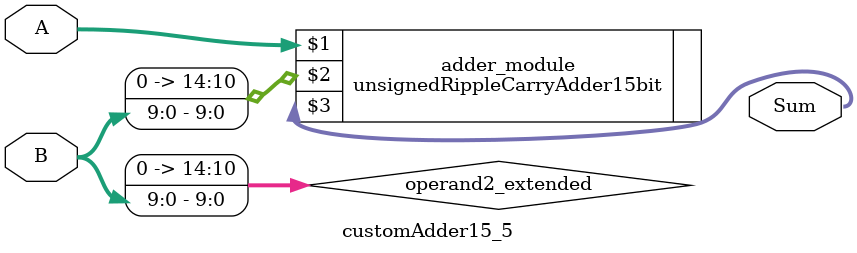
<source format=v>

module customAdder15_5(
                    input [14 : 0] A,
                    input [9 : 0] B,
                    
                    output [15 : 0] Sum
            );

    wire [14 : 0] operand2_extended;
    
    assign operand2_extended =  {5'b0, B};
    
    unsignedRippleCarryAdder15bit adder_module(
        A,
        operand2_extended,
        Sum
    );
    
endmodule
        
</source>
